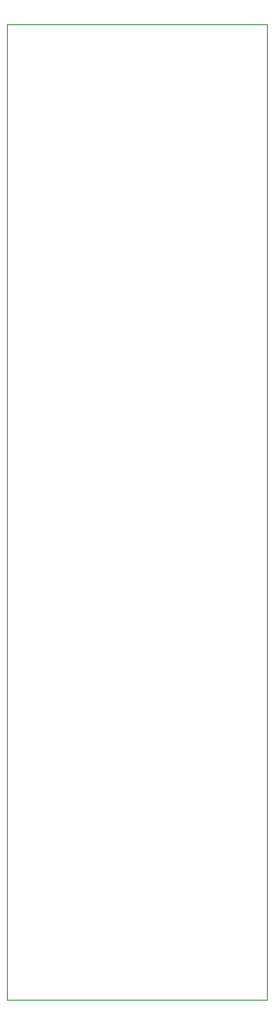
<source format=gm1>
G04 #@! TF.GenerationSoftware,KiCad,Pcbnew,5.0.2-bee76a0~70~ubuntu16.04.1*
G04 #@! TF.CreationDate,2019-06-04T18:12:27-07:00*
G04 #@! TF.ProjectId,sunrise-board,73756e72-6973-4652-9d62-6f6172642e6b,v1*
G04 #@! TF.SameCoordinates,Original*
G04 #@! TF.FileFunction,Profile,NP*
%FSLAX46Y46*%
G04 Gerber Fmt 4.6, Leading zero omitted, Abs format (unit mm)*
G04 Created by KiCad (PCBNEW 5.0.2-bee76a0~70~ubuntu16.04.1) date Tue 04 Jun 2019 06:12:27 PM PDT*
%MOMM*%
%LPD*%
G01*
G04 APERTURE LIST*
%ADD10C,0.025400*%
G04 APERTURE END LIST*
D10*
X151130000Y-144780000D02*
X125730000Y-144780000D01*
X125730000Y-49530000D02*
X151130000Y-49530000D01*
X125730000Y-49530000D02*
X125730000Y-144780000D01*
X151130000Y-49530000D02*
X151130000Y-144780000D01*
M02*

</source>
